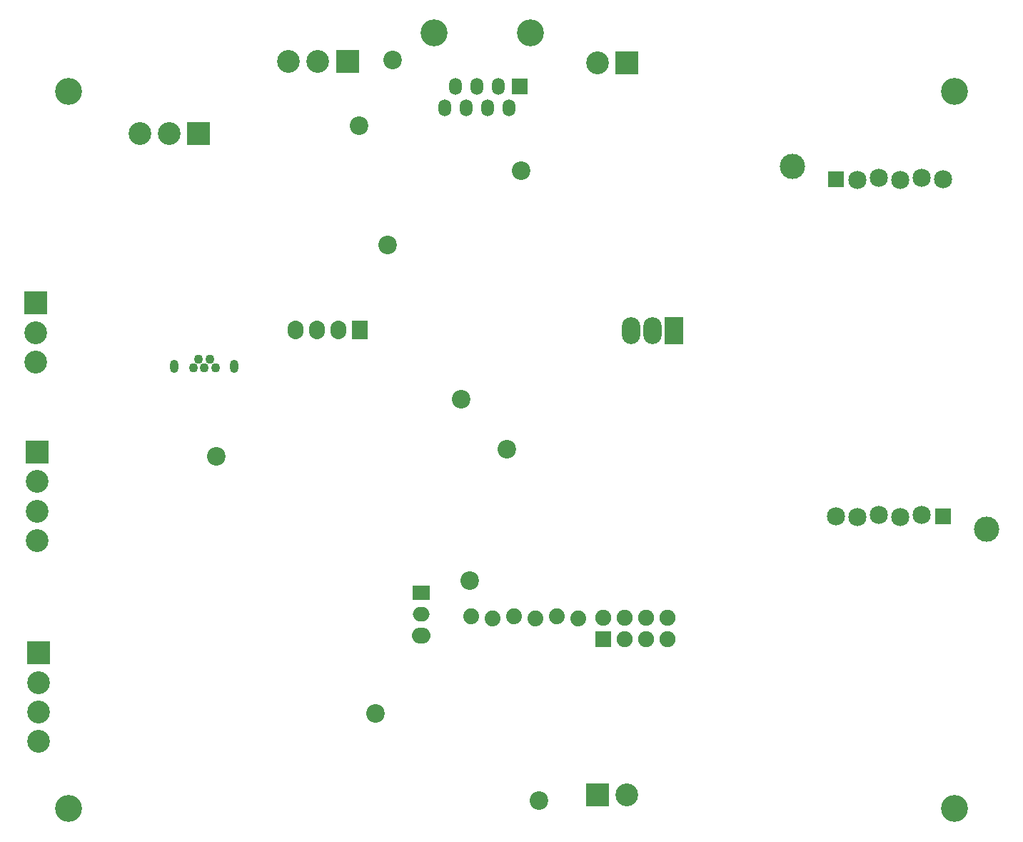
<source format=gbs>
G04 DipTrace 3.3.1.3*
G04 HypermaqBottomsidev0.3.gbs*
%MOMM*%
G04 #@! TF.FileFunction,Soldermask,Bot*
G04 #@! TF.Part,Single*
%ADD61O,2.0X1.7*%
%ADD62R,2.0X1.7*%
%ADD65C,1.87967*%
%ADD67O,1.5X2.0*%
%ADD68R,1.87967X1.87967*%
%ADD92R,1.8796X1.8796*%
%ADD93C,2.159*%
%ADD94C,3.2*%
%ADD95C,3.0*%
%ADD113O,2.20015X3.20015*%
%ADD115R,2.20015X3.20015*%
%ADD129C,1.90015*%
%ADD131R,1.90015X1.90015*%
%ADD145O,2.20015X1.90015*%
%ADD147O,1.00015X1.55015*%
%ADD149C,1.10015*%
%ADD151R,2.70015X2.70015*%
%ADD153C,2.70015*%
%ADD155R,1.90015X2.20015*%
%ADD157O,1.90015X2.20015*%
%ADD161C,2.20015*%
%FSLAX35Y35*%
G04*
G71*
G90*
G75*
G01*
G04 BotMask*
%LPD*%
D161*
X4635500Y2127250D3*
X6572250Y1095377D3*
X6365873Y8556627D3*
X2746373Y5175250D3*
X4778373Y7683500D3*
D94*
X1000000Y9500000D3*
X11500000D3*
Y1000000D3*
X1000000D3*
D157*
X3687373Y6671873D3*
X3941373D3*
X4195373D3*
D155*
X4449373D3*
D153*
X7619990Y1158870D3*
D151*
X7269990D3*
D153*
X626733Y4174017D3*
Y4524017D3*
Y4874017D3*
D151*
Y5224017D3*
D153*
X642610Y1794263D3*
Y2144263D3*
Y2494263D3*
D151*
Y2844263D3*
D153*
X1841500Y9001127D3*
X2191500D3*
D151*
X2541500D3*
D149*
X2476500Y6223010D3*
D147*
X2964000Y6245010D3*
D149*
X2671500Y6323010D3*
X2606500Y6223010D3*
X2736500D3*
X2541500Y6323010D3*
D147*
X2249500Y6245010D3*
D145*
X5179623Y3052377D3*
D61*
Y3306377D3*
D62*
Y3560377D3*
D65*
X7041500Y3252247D3*
X6787500Y3277647D3*
X6533500Y3252247D3*
X6279500Y3277647D3*
X6025500Y3252247D3*
X5771500Y3277647D3*
D67*
X5461000Y9302750D3*
X5588000Y9556750D3*
X5715000Y9302750D3*
X5969000D3*
X6223000D3*
X5842000Y9556750D3*
X6096000D3*
D68*
X6350000D3*
D94*
X6477000Y10191750D3*
X5334000D3*
D153*
X607623Y6290860D3*
Y6640860D3*
D151*
Y6990860D3*
D153*
X3602877Y9859127D3*
X3952877D3*
D151*
X4302877D3*
D153*
X7270373Y9842877D3*
D151*
X7620373D3*
D161*
X4841873Y9874250D3*
X4445000Y9096377D3*
D131*
X7338623Y3004750D3*
D129*
Y3258750D3*
X7592623Y3004750D3*
Y3258750D3*
X7846623Y3004750D3*
Y3258750D3*
X8100623Y3004750D3*
Y3258750D3*
D161*
X5751127Y3703247D3*
X6195623Y5258997D3*
X5649750Y5852250D3*
D115*
X8175623Y6667500D3*
D113*
X7921623D3*
X7667623D3*
D92*
X10096500Y8461424D3*
D93*
X10350470Y8448744D3*
X10604470Y8474144D3*
X10858470Y8448744D3*
X11112470Y8474144D3*
X11366470Y8461424D3*
D92*
X11364270Y4463844D3*
D93*
X11110370Y4476544D3*
X10856370Y4451144D3*
X10602370Y4476544D3*
X10348370Y4451144D3*
X10094340Y4463844D3*
D95*
X11880670Y4312844D3*
X9580670Y8612844D3*
M02*

</source>
